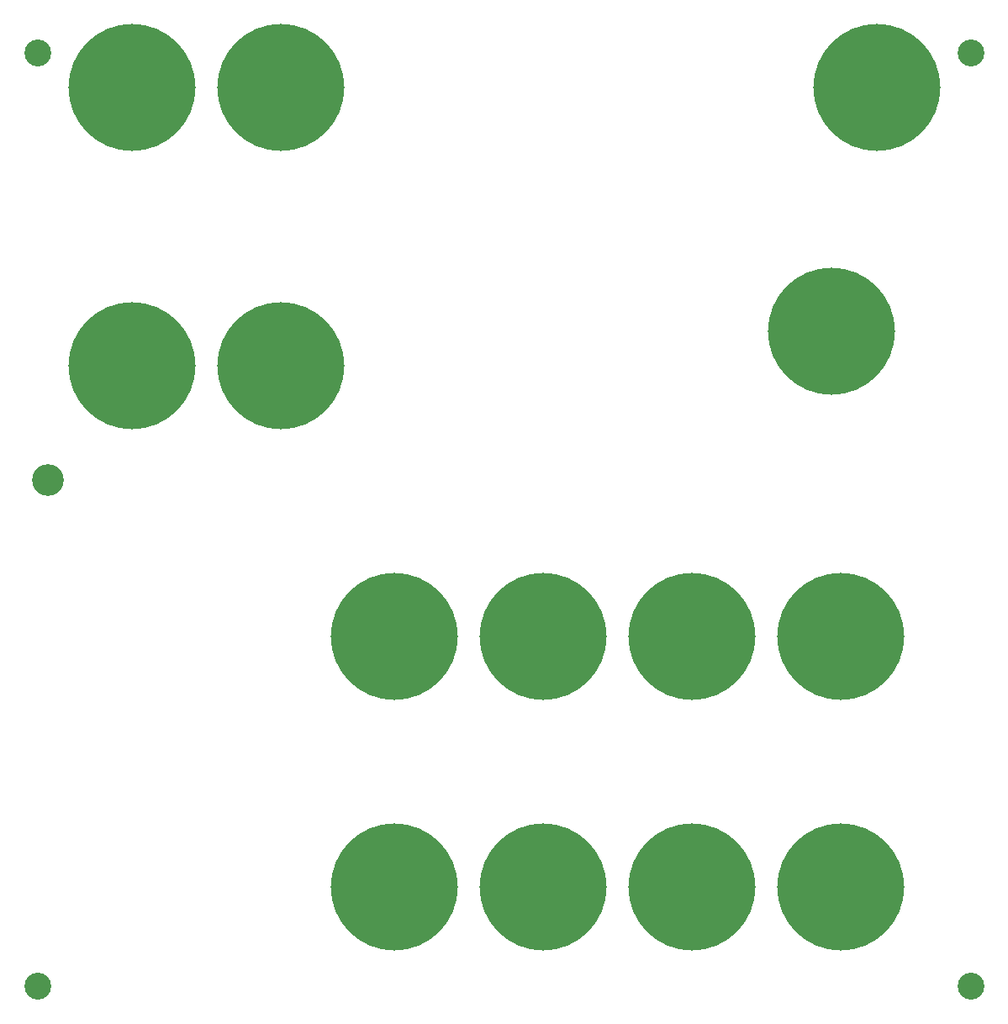
<source format=gbr>
%TF.GenerationSoftware,KiCad,Pcbnew,7.0.9*%
%TF.CreationDate,2024-04-28T21:16:16+01:00*%
%TF.ProjectId,Esp32EduModular-Panel,45737033-3245-4647-954d-6f64756c6172,rev?*%
%TF.SameCoordinates,Original*%
%TF.FileFunction,Soldermask,Top*%
%TF.FilePolarity,Negative*%
%FSLAX46Y46*%
G04 Gerber Fmt 4.6, Leading zero omitted, Abs format (unit mm)*
G04 Created by KiCad (PCBNEW 7.0.9) date 2024-04-28 21:16:16*
%MOMM*%
%LPD*%
G01*
G04 APERTURE LIST*
%ADD10C,12.800562*%
%ADD11C,2.700000*%
%ADD12C,3.200000*%
G04 APERTURE END LIST*
D10*
%TO.C,H5*%
X103900000Y-111800000D03*
%TD*%
%TO.C,H8*%
X62500000Y-84500000D03*
%TD*%
%TO.C,H14*%
X133900000Y-137000000D03*
%TD*%
D11*
%TO.C,*%
X147000000Y-147000000D03*
%TD*%
D10*
%TO.C,H4*%
X77500000Y-56500000D03*
%TD*%
%TO.C,H1*%
X133000000Y-81000000D03*
%TD*%
D11*
%TO.C,MK1*%
X53000000Y-53000000D03*
%TD*%
%TO.C,MK4*%
X147000000Y-147000000D03*
%TD*%
D10*
%TO.C,H9*%
X77500000Y-84500000D03*
%TD*%
%TO.C,H3*%
X88900000Y-111800000D03*
%TD*%
%TO.C,H12*%
X103900000Y-137000000D03*
%TD*%
D11*
%TO.C,MK2*%
X147000000Y-53000000D03*
%TD*%
D10*
%TO.C,H10*%
X133900000Y-111800000D03*
%TD*%
%TO.C,H6*%
X137500000Y-56500000D03*
%TD*%
%TO.C,H13*%
X118900000Y-137000000D03*
%TD*%
D11*
%TO.C,MK3*%
X53000000Y-147000000D03*
%TD*%
D10*
%TO.C,H7*%
X118900000Y-111800000D03*
%TD*%
%TO.C,H11*%
X88900000Y-137000000D03*
%TD*%
D12*
%TO.C,REF\u002A\u002A*%
X54020000Y-96010000D03*
%TD*%
D10*
%TO.C,H2*%
X62500000Y-56500000D03*
%TD*%
M02*

</source>
